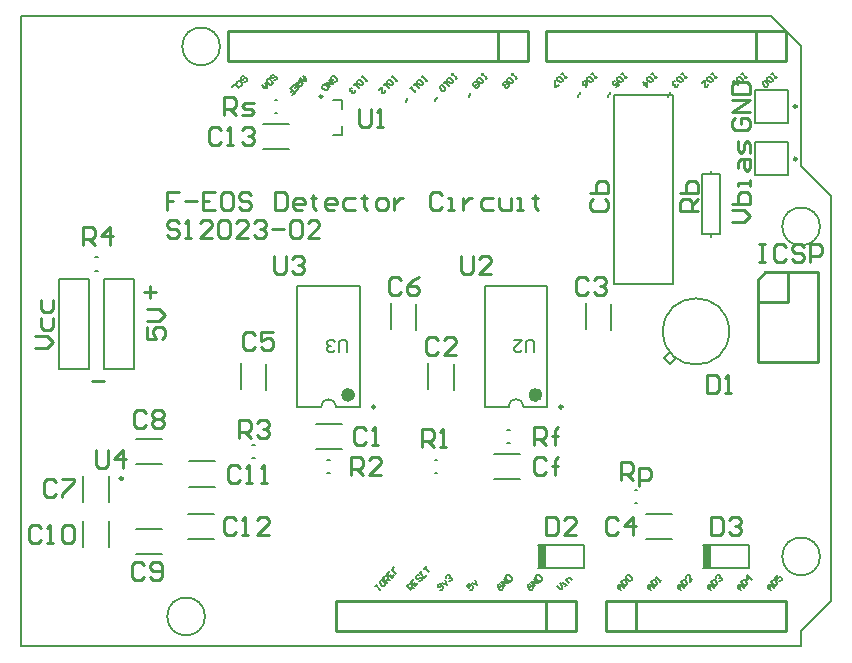
<source format=gto>
G04*
G04 #@! TF.GenerationSoftware,Altium Limited,Altium Designer,20.0.12 (288)*
G04*
G04 Layer_Color=65535*
%FSLAX25Y25*%
%MOIN*%
G70*
G01*
G75*
%ADD10C,0.00591*%
%ADD11C,0.00984*%
%ADD12C,0.00787*%
%ADD13C,0.02362*%
%ADD14C,0.01000*%
%ADD15C,0.00500*%
%ADD16R,0.03150X0.07480*%
%ADD17C,0.00700*%
D10*
X236024Y105000D02*
G03*
X236024Y105000I-11024J0D01*
G01*
D11*
X33937Y56004D02*
G03*
X33937Y56004I-492J0D01*
G01*
X100492Y183346D02*
G03*
X100492Y183346I-492J0D01*
G01*
X258563Y180000D02*
G03*
X258563Y180000I-492J0D01*
G01*
Y162500D02*
G03*
X258563Y162500I-492J0D01*
G01*
X180492Y79882D02*
G03*
X180492Y79882I-492J0D01*
G01*
X117992D02*
G03*
X117992Y79882I-492J0D01*
G01*
D12*
X167500Y79921D02*
G03*
X162500Y79921I-2500J0D01*
G01*
X105000D02*
G03*
X100000Y79921I-2500J0D01*
G01*
X24699Y125132D02*
X25486D01*
X24699Y129660D02*
X25486D01*
X27500Y122500D02*
X37500D01*
Y92500D02*
Y122500D01*
X27500Y92500D02*
X37500D01*
X27500D02*
Y122500D01*
X12500D02*
X22500D01*
Y92500D02*
Y122500D01*
X12500Y92500D02*
X22500D01*
X12500D02*
Y122500D01*
X123268Y105669D02*
Y114331D01*
X131763Y105648D02*
Y114310D01*
X135768Y85669D02*
Y94331D01*
X144263Y85648D02*
Y94310D01*
X188268Y105669D02*
Y114331D01*
X196763Y105648D02*
Y114310D01*
X77106Y67264D02*
X77894D01*
X77106Y62736D02*
X77894D01*
X204606Y47736D02*
X205394D01*
X204606Y52264D02*
X205394D01*
X208169Y35768D02*
X216831D01*
X208190Y44262D02*
X216852D01*
X214370Y96240D02*
X216339Y98209D01*
Y94272D02*
X218307Y96240D01*
X214370D02*
X216339Y94272D01*
X38190Y39263D02*
X46852D01*
X38169Y30768D02*
X46831D01*
X29263Y48148D02*
Y56810D01*
X20768Y48169D02*
Y56831D01*
X20738Y33190D02*
Y41852D01*
X29232Y33169D02*
Y41831D01*
X56143Y61762D02*
X64805D01*
X56122Y53268D02*
X64784D01*
X55690Y44262D02*
X64352D01*
X55669Y35768D02*
X64331D01*
X104134Y182165D02*
X106890D01*
Y179016D02*
Y182165D01*
X104134Y170354D02*
X106890D01*
Y173504D01*
X84606Y177736D02*
X85394D01*
X84606Y182264D02*
X85394D01*
X80648Y165737D02*
X89310D01*
X80669Y174232D02*
X89331D01*
X162106Y67736D02*
X162894D01*
X162106Y72264D02*
X162894D01*
X157738Y64262D02*
X166399D01*
X157717Y55768D02*
X166378D01*
X102106Y57736D02*
X102894D01*
X102106Y62264D02*
X102894D01*
X98190Y74262D02*
X106852D01*
X98169Y65768D02*
X106831D01*
X187677Y26260D02*
Y33740D01*
X172323Y26260D02*
X187677D01*
X172323Y33740D02*
X187677D01*
X242677Y26260D02*
Y33740D01*
X227323Y26260D02*
X242677D01*
X227323Y33740D02*
X242677D01*
X244488Y185512D02*
X255512D01*
X244488Y174488D02*
Y185512D01*
Y174488D02*
X255512D01*
X255512Y174488D02*
Y185512D01*
X244488Y168012D02*
X255512D01*
X244488Y156988D02*
Y168012D01*
Y156988D02*
X255512D01*
X255512Y156988D02*
Y168012D01*
X227000Y157500D02*
X230000D01*
X227000Y137500D02*
Y157500D01*
Y137500D02*
X233000D01*
Y157500D01*
X230000D02*
X233000D01*
X230000Y136600D02*
Y137500D01*
Y157500D02*
Y158400D01*
X197658Y120689D02*
X217342D01*
Y183681D01*
X197658D02*
X217342D01*
X197658Y120689D02*
Y183681D01*
X175433Y79921D02*
Y120079D01*
X154567Y79921D02*
Y120079D01*
X167500Y79921D02*
X175433D01*
X154567D02*
X162500D01*
X154567Y120079D02*
X175433D01*
X112933Y79921D02*
Y120079D01*
X92067Y79921D02*
Y120079D01*
X105000Y79921D02*
X112933D01*
X92067D02*
X100000D01*
X92067Y120079D02*
X112933D01*
X137854Y57736D02*
X138642D01*
X137854Y62264D02*
X138642D01*
X81762Y85648D02*
Y94310D01*
X73268Y85669D02*
Y94331D01*
X38190Y69262D02*
X46852D01*
X38169Y60768D02*
X46831D01*
D13*
X172677Y83858D02*
G03*
X172677Y83858I-1181J0D01*
G01*
X110177D02*
G03*
X110177Y83858I-1181J0D01*
G01*
D14*
X195000Y10000D02*
Y15000D01*
X205000D01*
Y5000D02*
X255000D01*
Y15000D01*
X205000D02*
X255000D01*
X205000Y5000D02*
Y15000D01*
X195000Y5000D02*
X205000D01*
X195000D02*
Y10000D01*
X169000Y195000D02*
Y205000D01*
X159000Y195000D02*
X169000D01*
X159000D02*
Y205000D01*
X69000D02*
X159000D01*
X69000Y195000D02*
Y205000D01*
Y195000D02*
X159000D01*
Y205000D02*
X169000D01*
X255000Y195000D02*
Y205000D01*
X175000Y195000D02*
X255000D01*
X175000D02*
Y205000D01*
X255000D01*
X245000Y195000D02*
Y205000D01*
X185000Y5000D02*
Y15000D01*
X105000Y5000D02*
X185000D01*
X105000D02*
Y15000D01*
X185000D01*
X175000Y5000D02*
Y15000D01*
X245551Y94803D02*
X265551D01*
Y124803D01*
X245551Y114803D02*
X255551D01*
Y124803D01*
X245551Y94803D02*
Y122303D01*
X248051Y124803D01*
X265551D01*
X52499Y151596D02*
X48500D01*
Y148597D01*
X50499D01*
X48500D01*
Y145598D01*
X54498Y148597D02*
X58497D01*
X64495Y151596D02*
X60496D01*
Y145598D01*
X64495D01*
X60496Y148597D02*
X62495D01*
X69493Y151596D02*
X67494D01*
X66494Y150596D01*
Y146597D01*
X67494Y145598D01*
X69493D01*
X70493Y146597D01*
Y150596D01*
X69493Y151596D01*
X76491Y150596D02*
X75491Y151596D01*
X73492D01*
X72492Y150596D01*
Y149596D01*
X73492Y148597D01*
X75491D01*
X76491Y147597D01*
Y146597D01*
X75491Y145598D01*
X73492D01*
X72492Y146597D01*
X84488Y151596D02*
Y145598D01*
X87487D01*
X88487Y146597D01*
Y150596D01*
X87487Y151596D01*
X84488D01*
X93485Y145598D02*
X91486D01*
X90486Y146597D01*
Y148597D01*
X91486Y149596D01*
X93485D01*
X94485Y148597D01*
Y147597D01*
X90486D01*
X97484Y150596D02*
Y149596D01*
X96485D01*
X98484D01*
X97484D01*
Y146597D01*
X98484Y145598D01*
X104482D02*
X102482D01*
X101483Y146597D01*
Y148597D01*
X102482Y149596D01*
X104482D01*
X105482Y148597D01*
Y147597D01*
X101483D01*
X111480Y149596D02*
X108481D01*
X107481Y148597D01*
Y146597D01*
X108481Y145598D01*
X111480D01*
X114479Y150596D02*
Y149596D01*
X113479D01*
X115478D01*
X114479D01*
Y146597D01*
X115478Y145598D01*
X119477D02*
X121476D01*
X122476Y146597D01*
Y148597D01*
X121476Y149596D01*
X119477D01*
X118477Y148597D01*
Y146597D01*
X119477Y145598D01*
X124475Y149596D02*
Y145598D01*
Y147597D01*
X125475Y148597D01*
X126475Y149596D01*
X127474D01*
X140470Y150596D02*
X139471Y151596D01*
X137471D01*
X136471Y150596D01*
Y146597D01*
X137471Y145598D01*
X139471D01*
X140470Y146597D01*
X142470Y145598D02*
X144469D01*
X143469D01*
Y149596D01*
X142470D01*
X147468D02*
Y145598D01*
Y147597D01*
X148468Y148597D01*
X149467Y149596D01*
X150467D01*
X157465D02*
X154466D01*
X153466Y148597D01*
Y146597D01*
X154466Y145598D01*
X157465D01*
X159464Y149596D02*
Y146597D01*
X160464Y145598D01*
X163463D01*
Y149596D01*
X165462Y145598D02*
X167462D01*
X166462D01*
Y149596D01*
X165462D01*
X171460Y150596D02*
Y149596D01*
X170460D01*
X172460D01*
X171460D01*
Y146597D01*
X172460Y145598D01*
X52499Y140998D02*
X51499Y141998D01*
X49500D01*
X48500Y140998D01*
Y139999D01*
X49500Y138999D01*
X51499D01*
X52499Y137999D01*
Y137000D01*
X51499Y136000D01*
X49500D01*
X48500Y137000D01*
X54498Y136000D02*
X56497D01*
X55498D01*
Y141998D01*
X54498Y140998D01*
X63495Y136000D02*
X59496D01*
X63495Y139999D01*
Y140998D01*
X62495Y141998D01*
X60496D01*
X59496Y140998D01*
X65495D02*
X66494Y141998D01*
X68493D01*
X69493Y140998D01*
Y137000D01*
X68493Y136000D01*
X66494D01*
X65495Y137000D01*
Y140998D01*
X75491Y136000D02*
X71493D01*
X75491Y139999D01*
Y140998D01*
X74492Y141998D01*
X72492D01*
X71493Y140998D01*
X77491D02*
X78490Y141998D01*
X80490D01*
X81489Y140998D01*
Y139999D01*
X80490Y138999D01*
X79490D01*
X80490D01*
X81489Y137999D01*
Y137000D01*
X80490Y136000D01*
X78490D01*
X77491Y137000D01*
X83489Y138999D02*
X87487D01*
X89487Y140998D02*
X90486Y141998D01*
X92486D01*
X93485Y140998D01*
Y137000D01*
X92486Y136000D01*
X90486D01*
X89487Y137000D01*
Y140998D01*
X99484Y136000D02*
X95485D01*
X99484Y139999D01*
Y140998D01*
X98484Y141998D01*
X96485D01*
X95485Y140998D01*
X20641Y133796D02*
Y139794D01*
X23640D01*
X24640Y138794D01*
Y136795D01*
X23640Y135795D01*
X20641D01*
X22640D02*
X24640Y133796D01*
X29638D02*
Y139794D01*
X26639Y136795D01*
X30638D01*
X23500Y88500D02*
X27499D01*
X41000Y117999D02*
X44999D01*
X42999Y119999D02*
Y116000D01*
X189000Y121999D02*
X188001Y122999D01*
X186001D01*
X185002Y121999D01*
Y118001D01*
X186001Y117001D01*
X188001D01*
X189000Y118001D01*
X191000Y121999D02*
X191999Y122999D01*
X193999D01*
X194998Y121999D01*
Y121000D01*
X193999Y120000D01*
X192999D01*
X193999D01*
X194998Y119000D01*
Y118001D01*
X193999Y117001D01*
X191999D01*
X191000Y118001D01*
X238001Y176001D02*
X237001Y175002D01*
Y173002D01*
X238001Y172003D01*
X241999D01*
X242999Y173002D01*
Y175002D01*
X241999Y176001D01*
X240000D01*
Y174002D01*
X242999Y178001D02*
X237001D01*
X242999Y181999D01*
X237001D01*
Y183999D02*
X242999D01*
Y186998D01*
X241999Y187997D01*
X238001D01*
X237001Y186998D01*
Y183999D01*
X25002Y65499D02*
Y60501D01*
X26001Y59501D01*
X28001D01*
X29000Y60501D01*
Y65499D01*
X33999Y59501D02*
Y65499D01*
X31000Y62500D01*
X34998D01*
X84300Y130198D02*
Y125200D01*
X85300Y124200D01*
X87299D01*
X88299Y125200D01*
Y130198D01*
X90298Y129198D02*
X91298Y130198D01*
X93297D01*
X94297Y129198D01*
Y128199D01*
X93297Y127199D01*
X92297D01*
X93297D01*
X94297Y126199D01*
Y125200D01*
X93297Y124200D01*
X91298D01*
X90298Y125200D01*
X146800Y130198D02*
Y125200D01*
X147800Y124200D01*
X149799D01*
X150799Y125200D01*
Y130198D01*
X156797Y124200D02*
X152798D01*
X156797Y128199D01*
Y129198D01*
X155797Y130198D01*
X153798D01*
X152798Y129198D01*
X112635Y179259D02*
Y174260D01*
X113635Y173261D01*
X115634D01*
X116634Y174260D01*
Y179259D01*
X118633Y173261D02*
X120633D01*
X119633D01*
Y179259D01*
X118633Y178259D01*
X67502Y177001D02*
Y182999D01*
X70501D01*
X71500Y181999D01*
Y180000D01*
X70501Y179000D01*
X67502D01*
X69501D02*
X71500Y177001D01*
X73500D02*
X76499D01*
X77498Y178001D01*
X76499Y179000D01*
X74499D01*
X73500Y180000D01*
X74499Y181000D01*
X77498D01*
X200002Y55501D02*
Y61499D01*
X203001D01*
X204000Y60499D01*
Y58500D01*
X203001Y57500D01*
X200002D01*
X202001D02*
X204000Y55501D01*
X206000Y53501D02*
Y59499D01*
X208999D01*
X209998Y58500D01*
Y56500D01*
X208999Y55501D01*
X206000D01*
X171001Y67001D02*
Y72999D01*
X174000D01*
X175000Y71999D01*
Y70000D01*
X174000Y69000D01*
X171001D01*
X173001D02*
X175000Y67001D01*
X177999D02*
Y71999D01*
Y70000D01*
X176999D01*
X178999D01*
X177999D01*
Y71999D01*
X178999Y72999D01*
X225499Y145002D02*
X219501D01*
Y148001D01*
X220501Y149000D01*
X222500D01*
X223500Y148001D01*
Y145002D01*
Y147001D02*
X225499Y149000D01*
X219501Y151000D02*
X225499D01*
Y153999D01*
X224499Y154998D01*
X223500D01*
X222500D01*
X221500Y153999D01*
Y151000D01*
X72502Y69501D02*
Y75499D01*
X75501D01*
X76500Y74499D01*
Y72500D01*
X75501Y71500D01*
X72502D01*
X74501D02*
X76500Y69501D01*
X78500Y74499D02*
X79499Y75499D01*
X81499D01*
X82498Y74499D01*
Y73500D01*
X81499Y72500D01*
X80499D01*
X81499D01*
X82498Y71500D01*
Y70501D01*
X81499Y69501D01*
X79499D01*
X78500Y70501D01*
X110002Y57001D02*
Y62999D01*
X113001D01*
X114000Y61999D01*
Y60000D01*
X113001Y59000D01*
X110002D01*
X112001D02*
X114000Y57001D01*
X119998D02*
X116000D01*
X119998Y61000D01*
Y61999D01*
X118999Y62999D01*
X116999D01*
X116000Y61999D01*
X133800Y66400D02*
Y72398D01*
X136799D01*
X137799Y71398D01*
Y69399D01*
X136799Y68399D01*
X133800D01*
X135799D02*
X137799Y66400D01*
X139798D02*
X141797D01*
X140798D01*
Y72398D01*
X139798Y71398D01*
X4501Y99503D02*
X8500D01*
X10499Y101502D01*
X8500Y103501D01*
X4501D01*
X6500Y109499D02*
Y106500D01*
X7500Y105501D01*
X9499D01*
X10499Y106500D01*
Y109499D01*
X6500Y115497D02*
Y112498D01*
X7500Y111499D01*
X9499D01*
X10499Y112498D01*
Y115497D01*
X42001Y106500D02*
Y102502D01*
X45000D01*
X44000Y104501D01*
Y105501D01*
X45000Y106500D01*
X46999D01*
X47999Y105501D01*
Y103501D01*
X46999Y102502D01*
X42001Y108500D02*
X46000D01*
X47999Y110499D01*
X46000Y112498D01*
X42001D01*
X237001Y141504D02*
X241000D01*
X242999Y143504D01*
X241000Y145503D01*
X237001D01*
Y147502D02*
X242999D01*
Y150501D01*
X241999Y151501D01*
X241000D01*
X240000D01*
X239000Y150501D01*
Y147502D01*
X242999Y153500D02*
Y155500D01*
Y154500D01*
X239000D01*
Y153500D01*
Y159499D02*
Y161498D01*
X240000Y162498D01*
X242999D01*
Y159499D01*
X241999Y158499D01*
X241000Y159499D01*
Y162498D01*
X242999Y164497D02*
Y167496D01*
X241999Y168496D01*
X241000Y167496D01*
Y165497D01*
X240000Y164497D01*
X239000Y165497D01*
Y168496D01*
X230002Y42999D02*
Y37001D01*
X233001D01*
X234000Y38001D01*
Y41999D01*
X233001Y42999D01*
X230002D01*
X236000Y41999D02*
X236999Y42999D01*
X238999D01*
X239998Y41999D01*
Y41000D01*
X238999Y40000D01*
X237999D01*
X238999D01*
X239998Y39000D01*
Y38001D01*
X238999Y37001D01*
X236999D01*
X236000Y38001D01*
X175002Y42999D02*
Y37001D01*
X178001D01*
X179000Y38001D01*
Y41999D01*
X178001Y42999D01*
X175002D01*
X184998Y37001D02*
X181000D01*
X184998Y41000D01*
Y41999D01*
X183999Y42999D01*
X181999D01*
X181000Y41999D01*
X228501Y90499D02*
Y84501D01*
X231500D01*
X232500Y85501D01*
Y89499D01*
X231500Y90499D01*
X228501D01*
X234499Y84501D02*
X236499D01*
X235499D01*
Y90499D01*
X234499Y89499D01*
X175000Y61999D02*
X174000Y62999D01*
X172001D01*
X171001Y61999D01*
Y58001D01*
X172001Y57001D01*
X174000D01*
X175000Y58001D01*
X177999Y57001D02*
Y61999D01*
Y60000D01*
X176999D01*
X178999D01*
X177999D01*
Y61999D01*
X178999Y62999D01*
X190501Y149000D02*
X189501Y148001D01*
Y146001D01*
X190501Y145002D01*
X194499D01*
X195499Y146001D01*
Y148001D01*
X194499Y149000D01*
X189501Y151000D02*
X195499D01*
Y153999D01*
X194499Y154998D01*
X193500D01*
X192500D01*
X191500Y153999D01*
Y151000D01*
X66501Y171999D02*
X65501Y172999D01*
X63502D01*
X62502Y171999D01*
Y168001D01*
X63502Y167001D01*
X65501D01*
X66501Y168001D01*
X68501Y167001D02*
X70500D01*
X69500D01*
Y172999D01*
X68501Y171999D01*
X73499D02*
X74499Y172999D01*
X76498D01*
X77498Y171999D01*
Y171000D01*
X76498Y170000D01*
X75498D01*
X76498D01*
X77498Y169000D01*
Y168001D01*
X76498Y167001D01*
X74499D01*
X73499Y168001D01*
X71501Y41999D02*
X70502Y42999D01*
X68502D01*
X67502Y41999D01*
Y38001D01*
X68502Y37001D01*
X70502D01*
X71501Y38001D01*
X73501Y37001D02*
X75500D01*
X74500D01*
Y42999D01*
X73501Y41999D01*
X82498Y37001D02*
X78499D01*
X82498Y41000D01*
Y41999D01*
X81498Y42999D01*
X79499D01*
X78499Y41999D01*
X72954Y59499D02*
X71954Y60499D01*
X69955D01*
X68955Y59499D01*
Y55501D01*
X69955Y54501D01*
X71954D01*
X72954Y55501D01*
X74953Y54501D02*
X76952D01*
X75953D01*
Y60499D01*
X74953Y59499D01*
X79951Y54501D02*
X81951D01*
X80951D01*
Y60499D01*
X79951Y59499D01*
X6501Y39499D02*
X5502Y40499D01*
X3502D01*
X2502Y39499D01*
Y35501D01*
X3502Y34501D01*
X5502D01*
X6501Y35501D01*
X8501Y34501D02*
X10500D01*
X9500D01*
Y40499D01*
X8501Y39499D01*
X13499D02*
X14499Y40499D01*
X16498D01*
X17498Y39499D01*
Y35501D01*
X16498Y34501D01*
X14499D01*
X13499Y35501D01*
Y39499D01*
X41048Y26999D02*
X40048Y27999D01*
X38048D01*
X37049Y26999D01*
Y23001D01*
X38048Y22001D01*
X40048D01*
X41048Y23001D01*
X43047D02*
X44047Y22001D01*
X46046D01*
X47046Y23001D01*
Y26999D01*
X46046Y27999D01*
X44047D01*
X43047Y26999D01*
Y26000D01*
X44047Y25000D01*
X47046D01*
X41546Y77698D02*
X40546Y78698D01*
X38547D01*
X37547Y77698D01*
Y73700D01*
X38547Y72700D01*
X40546D01*
X41546Y73700D01*
X43545Y77698D02*
X44545Y78698D01*
X46544D01*
X47544Y77698D01*
Y76699D01*
X46544Y75699D01*
X47544Y74699D01*
Y73700D01*
X46544Y72700D01*
X44545D01*
X43545Y73700D01*
Y74699D01*
X44545Y75699D01*
X43545Y76699D01*
Y77698D01*
X44545Y75699D02*
X46544D01*
X11500Y54952D02*
X10501Y55952D01*
X8501D01*
X7502Y54952D01*
Y50953D01*
X8501Y49954D01*
X10501D01*
X11500Y50953D01*
X13500Y55952D02*
X17498D01*
Y54952D01*
X13500Y50953D01*
Y49954D01*
X126500Y121999D02*
X125501Y122999D01*
X123501D01*
X122502Y121999D01*
Y118001D01*
X123501Y117001D01*
X125501D01*
X126500Y118001D01*
X132498Y122999D02*
X130499Y121999D01*
X128500Y120000D01*
Y118001D01*
X129499Y117001D01*
X131499D01*
X132498Y118001D01*
Y119000D01*
X131499Y120000D01*
X128500D01*
X77899Y103898D02*
X76899Y104898D01*
X74900D01*
X73900Y103898D01*
Y99900D01*
X74900Y98900D01*
X76899D01*
X77899Y99900D01*
X83897Y104898D02*
X79898D01*
Y101899D01*
X81897Y102899D01*
X82897D01*
X83897Y101899D01*
Y99900D01*
X82897Y98900D01*
X80898D01*
X79898Y99900D01*
X199000Y41999D02*
X198001Y42999D01*
X196001D01*
X195002Y41999D01*
Y38001D01*
X196001Y37001D01*
X198001D01*
X199000Y38001D01*
X203999Y37001D02*
Y42999D01*
X201000Y40000D01*
X204998D01*
X139000Y101999D02*
X138001Y102999D01*
X136001D01*
X135002Y101999D01*
Y98001D01*
X136001Y97001D01*
X138001D01*
X139000Y98001D01*
X144998Y97001D02*
X141000D01*
X144998Y101000D01*
Y101999D01*
X143999Y102999D01*
X141999D01*
X141000Y101999D01*
X115000Y71999D02*
X114000Y72999D01*
X112001D01*
X111001Y71999D01*
Y68001D01*
X112001Y67001D01*
X114000D01*
X115000Y68001D01*
X116999Y67001D02*
X118999D01*
X117999D01*
Y72999D01*
X116999Y71999D01*
X246001Y134251D02*
X248001D01*
X247001D01*
Y128253D01*
X246001D01*
X248001D01*
X254998Y133252D02*
X253999Y134251D01*
X251999D01*
X251000Y133252D01*
Y129253D01*
X251999Y128253D01*
X253999D01*
X254998Y129253D01*
X260996Y133252D02*
X259997Y134251D01*
X257997D01*
X256998Y133252D01*
Y132252D01*
X257997Y131252D01*
X259997D01*
X260996Y130252D01*
Y129253D01*
X259997Y128253D01*
X257997D01*
X256998Y129253D01*
X262996Y128253D02*
Y134251D01*
X265995D01*
X266994Y133252D01*
Y131252D01*
X265995Y130252D01*
X262996D01*
D15*
X94000Y190293D02*
X94942Y189350D01*
Y188408D01*
X94000D01*
X93058Y189350D01*
X93764Y188644D01*
X94707Y189586D01*
X92586Y188879D02*
X94000Y187465D01*
X93293Y186758D01*
X92822D01*
X92351Y187230D01*
Y187701D01*
X93058Y188408D01*
X92586Y187937D02*
X91644D01*
Y185109D02*
X92586Y186052D01*
X91172Y187465D01*
X90230Y186523D01*
X91879Y186758D02*
X91408Y186287D01*
X90230Y183695D02*
X91172Y184638D01*
X90466Y185345D01*
X89994Y184873D01*
X90466Y185345D01*
X89759Y186052D01*
X104236Y188172D02*
X104707D01*
X105178Y188644D01*
X105178Y189115D01*
X104236Y190057D01*
X103764D01*
X103293Y189586D01*
X103293Y189115D01*
X103764Y188644D01*
X104236Y189115D01*
X102586Y188879D02*
X104000Y187465D01*
X101644Y187937D01*
X103058Y186523D01*
X102586Y186052D02*
X101172Y187465D01*
X100466Y186758D01*
X100466Y186287D01*
X101408Y185345D01*
X101879D01*
X102586Y186052D01*
X115414Y188879D02*
X114943Y188408D01*
X115178Y188644D01*
X113764Y190057D01*
X114000Y190293D01*
X113529Y189822D01*
X113529Y186994D02*
X114000Y187465D01*
X114000Y187937D01*
X113057Y188879D01*
X112586D01*
X112115Y188408D01*
Y187937D01*
X113057Y186994D01*
X113529D01*
X111408Y187701D02*
X110937Y187230D01*
X111172Y187465D01*
X112586Y186052D01*
X112586Y186523D01*
X111408Y185345D02*
Y184873D01*
X110937Y184402D01*
X110466D01*
X110230Y184638D01*
Y185109D01*
X110466Y185345D01*
X110230Y185109D01*
X109759Y185109D01*
X109523Y185345D01*
X109523Y185816D01*
X109994Y186287D01*
X110466D01*
X125414Y188879D02*
X124943Y188408D01*
X125178Y188644D01*
X123764Y190057D01*
X124000Y190293D01*
X123529Y189822D01*
X123529Y186994D02*
X124000Y187465D01*
X124000Y187937D01*
X123057Y188879D01*
X122586D01*
X122115Y188408D01*
Y187937D01*
X123057Y186994D01*
X123529D01*
X121408Y187701D02*
X120937Y187230D01*
X121172Y187465D01*
X122586Y186052D01*
X122586Y186523D01*
X119288Y185580D02*
X120230Y186523D01*
Y184638D01*
X120466Y184402D01*
X120937D01*
X121408Y184873D01*
Y185345D01*
X135414Y188879D02*
X134942Y188408D01*
X135178Y188644D01*
X133764Y190057D01*
X134000Y190293D01*
X133529Y189822D01*
X133529Y186994D02*
X134000Y187465D01*
X134000Y187937D01*
X133057Y188879D01*
X132586D01*
X132115Y188408D01*
Y187937D01*
X133057Y186994D01*
X133529D01*
X131408Y187701D02*
X130937Y187230D01*
X131173Y187465D01*
X132586Y186052D01*
X132586Y186523D01*
X130230D02*
X129759Y186052D01*
X129994Y186287D01*
X131408Y184873D01*
Y185345D01*
X128816Y182753D02*
X128816Y182282D01*
X128345Y181810D01*
X128345Y181339D01*
X145414Y189586D02*
X144942Y189115D01*
X145178Y189351D01*
X143764Y190764D01*
X144000Y191000D01*
X143529Y190529D01*
X143529Y187701D02*
X144000Y188172D01*
X144000Y188644D01*
X143058Y189586D01*
X142586D01*
X142115Y189115D01*
Y188644D01*
X143058Y187701D01*
X143529D01*
X141408Y188408D02*
X140937Y187937D01*
X141173Y188172D01*
X142586Y186759D01*
X142586Y187230D01*
X141408Y186052D02*
Y185581D01*
X140937Y185109D01*
X140466D01*
X139523Y186052D01*
X139523Y186523D01*
X139994Y186994D01*
X140466D01*
X141408Y186052D01*
X138581Y183224D02*
X138581Y182753D01*
X138109Y182282D01*
X138109Y181811D01*
X155414Y189586D02*
X154943Y189115D01*
X155178Y189351D01*
X153764Y190764D01*
X154000Y191000D01*
X153529Y190529D01*
X153529Y187701D02*
X154000Y188172D01*
X154000Y188644D01*
X153058Y189586D01*
X152586D01*
X152115Y189115D01*
Y188644D01*
X153058Y187701D01*
X153529D01*
X151644Y188172D02*
X151172D01*
X150701Y187701D01*
X150701Y187230D01*
X151644Y186287D01*
X152115D01*
X152586Y186759D01*
X152586Y187230D01*
X152351Y187466D01*
X151879Y187466D01*
X151172Y186759D01*
X149759Y184403D02*
X149759Y183931D01*
X149287Y183460D01*
X149287Y182989D01*
X165414Y189586D02*
X164943Y189115D01*
X165178Y189351D01*
X163764Y190764D01*
X164000Y191000D01*
X163529Y190529D01*
X163529Y187701D02*
X164000Y188172D01*
X164000Y188644D01*
X163057Y189586D01*
X162586D01*
X162115Y189115D01*
Y188644D01*
X163057Y187701D01*
X163529D01*
X162586Y187230D02*
X162586Y186759D01*
X162115Y186287D01*
X161644D01*
X161408Y186523D01*
Y186994D01*
X160937Y186994D01*
X160701Y187230D01*
X160701Y187701D01*
X161172Y188172D01*
X161644D01*
X161879Y187937D01*
Y187466D01*
X162351Y187466D01*
X162586Y187230D01*
X161879Y187466D02*
X161408Y186994D01*
X181914Y189879D02*
X181442Y189408D01*
X181678Y189644D01*
X180264Y191057D01*
X180500Y191293D01*
X180029Y190822D01*
X180029Y187994D02*
X180500Y188465D01*
X180500Y188937D01*
X179558Y189879D01*
X179086D01*
X178615Y189408D01*
Y188937D01*
X179558Y187994D01*
X180029D01*
X179322Y187287D02*
X178379Y186345D01*
X178144Y186580D01*
Y188465D01*
X177908Y188701D01*
X191914Y189879D02*
X191443Y189408D01*
X191678Y189644D01*
X190264Y191057D01*
X190500Y191293D01*
X190029Y190822D01*
X190029Y187994D02*
X190500Y188465D01*
X190500Y188937D01*
X189558Y189879D01*
X189086D01*
X188615Y189408D01*
Y188937D01*
X189558Y187994D01*
X190029D01*
X188379Y186345D02*
X188615Y187052D01*
Y187994D01*
X188144Y188465D01*
X187672D01*
X187201Y187994D01*
X187201Y187523D01*
X187437Y187287D01*
X187908Y187287D01*
X188615Y187994D01*
X186259Y184695D02*
X186259Y184224D01*
X185787Y183753D01*
X185787Y183282D01*
X201914Y189879D02*
X201443Y189408D01*
X201678Y189644D01*
X200264Y191057D01*
X200500Y191293D01*
X200029Y190822D01*
X200029Y187994D02*
X200500Y188465D01*
X200500Y188937D01*
X199557Y189879D01*
X199086D01*
X198615Y189408D01*
Y188937D01*
X199557Y187994D01*
X200029D01*
X198379Y186345D02*
X199322Y187287D01*
X198615Y187994D01*
X198379Y187287D01*
X198144Y187052D01*
X197672D01*
X197201Y187523D01*
X197201Y187994D01*
X197672Y188465D01*
X198144D01*
X196259Y184695D02*
X196259Y184224D01*
X195788Y183753D01*
X195788Y183282D01*
X211914Y189879D02*
X211442Y189408D01*
X211678Y189644D01*
X210264Y191057D01*
X210500Y191293D01*
X210029Y190822D01*
X210029Y187994D02*
X210500Y188465D01*
X210500Y188937D01*
X209558Y189879D01*
X209086D01*
X208615Y189408D01*
Y188937D01*
X209558Y187994D01*
X210029D01*
X207201D02*
X208615Y186580D01*
Y187994D01*
X207673Y187052D01*
X221914Y189879D02*
X221443Y189408D01*
X221678Y189644D01*
X220264Y191057D01*
X220500Y191293D01*
X220029Y190822D01*
X220029Y187994D02*
X220500Y188465D01*
X220500Y188937D01*
X219557Y189879D01*
X219086D01*
X218615Y189408D01*
Y188937D01*
X219557Y187994D01*
X220029D01*
X219086Y187523D02*
X219086Y187052D01*
X218615Y186580D01*
X218144D01*
X217908Y186816D01*
Y187287D01*
X218144Y187523D01*
X217908Y187287D01*
X217437Y187287D01*
X217201Y187523D01*
X217201Y187994D01*
X217672Y188465D01*
X218144D01*
X216259Y184695D02*
X216259Y184224D01*
X215788Y183753D01*
X215788Y183282D01*
X231914Y189879D02*
X231442Y189408D01*
X231678Y189644D01*
X230264Y191057D01*
X230500Y191293D01*
X230029Y190822D01*
X230029Y187994D02*
X230500Y188465D01*
X230500Y188937D01*
X229557Y189879D01*
X229086D01*
X228615Y189408D01*
Y188937D01*
X229557Y187994D01*
X230029D01*
X226966Y187759D02*
X227908Y188701D01*
Y186816D01*
X228144Y186580D01*
X228615D01*
X229086Y187052D01*
X229086Y187523D01*
X241914Y189879D02*
X241442Y189408D01*
X241678Y189644D01*
X240264Y191057D01*
X240500Y191293D01*
X240029Y190822D01*
X240029Y187994D02*
X240500Y188465D01*
X240500Y188937D01*
X239558Y189879D01*
X239086D01*
X238615Y189408D01*
Y188937D01*
X239558Y187994D01*
X240029D01*
X237908Y188701D02*
X237437Y188230D01*
X237672Y188465D01*
X239086Y187052D01*
X239086Y187523D01*
X251914Y189879D02*
X251443Y189408D01*
X251678Y189644D01*
X250264Y191057D01*
X250500Y191293D01*
X250029Y190822D01*
X250029Y187994D02*
X250500Y188465D01*
X250500Y188937D01*
X249557Y189879D01*
X249086D01*
X248615Y189408D01*
Y188937D01*
X249557Y187994D01*
X250029D01*
X249086Y187523D02*
X249086Y187052D01*
X248615Y186580D01*
X248144D01*
X247201Y187523D01*
X247201Y187994D01*
X247673Y188465D01*
X248144D01*
X249086Y187523D01*
X250000Y18707D02*
X249058Y19650D01*
Y20592D01*
X250000D01*
X250942Y19650D01*
X250236Y20357D01*
X249293Y19414D01*
X250000Y21535D02*
X251414Y20121D01*
X252121Y20828D01*
Y21299D01*
X251178Y22242D01*
X250707D01*
X250000Y21535D01*
X252356Y23891D02*
X251414Y22948D01*
X252121Y22242D01*
X252356Y22948D01*
X252592Y23184D01*
X253063D01*
X253534Y22713D01*
X253534Y22242D01*
X253063Y21770D01*
X252592D01*
X240000Y18707D02*
X239057Y19650D01*
Y20592D01*
X240000D01*
X240943Y19650D01*
X240236Y20357D01*
X239293Y19414D01*
X240000Y21535D02*
X241414Y20121D01*
X242121Y20828D01*
Y21299D01*
X241178Y22242D01*
X240707D01*
X240000Y21535D01*
X243534Y22242D02*
X242121Y23655D01*
Y22242D01*
X243063Y23184D01*
X230000Y18707D02*
X229058Y19650D01*
Y20592D01*
X230000D01*
X230943Y19650D01*
X230236Y20357D01*
X229293Y19414D01*
X230000Y21535D02*
X231414Y20121D01*
X232121Y20828D01*
Y21299D01*
X231178Y22242D01*
X230707D01*
X230000Y21535D01*
X231649Y22713D02*
Y23184D01*
X232121Y23655D01*
X232592D01*
X232827Y23420D01*
Y22948D01*
X232592Y22713D01*
X232827Y22948D01*
X233299Y22948D01*
X233534Y22713D01*
X233534Y22242D01*
X233063Y21770D01*
X232592D01*
X220000Y18707D02*
X219057Y19650D01*
Y20592D01*
X220000D01*
X220942Y19650D01*
X220236Y20357D01*
X219293Y19414D01*
X220000Y21535D02*
X221414Y20121D01*
X222121Y20828D01*
Y21299D01*
X221178Y22242D01*
X220707D01*
X220000Y21535D01*
X223770Y22477D02*
X222828Y21535D01*
Y23420D01*
X222592Y23655D01*
X222121D01*
X221649Y23184D01*
Y22713D01*
X210000Y18707D02*
X209057Y19650D01*
Y20592D01*
X210000D01*
X210943Y19650D01*
X210236Y20357D01*
X209293Y19414D01*
X210000Y21535D02*
X211414Y20121D01*
X212121Y20828D01*
Y21299D01*
X211178Y22242D01*
X210707D01*
X210000Y21535D01*
X212827D02*
X213299Y22006D01*
X213063Y21770D01*
X211649Y23184D01*
Y22713D01*
X200000Y18707D02*
X199057Y19650D01*
Y20592D01*
X200000D01*
X200942Y19650D01*
X200236Y20357D01*
X199293Y19414D01*
X200000Y21535D02*
X201414Y20121D01*
X202121Y20828D01*
Y21299D01*
X201178Y22242D01*
X200707D01*
X200000Y21535D01*
X201649Y22713D02*
Y23184D01*
X202121Y23655D01*
X202592D01*
X203534Y22713D01*
X203534Y22242D01*
X203063Y21770D01*
X202592D01*
X201649Y22713D01*
X178586Y20121D02*
X179529Y19178D01*
X180471D01*
Y20121D01*
X179529Y21063D01*
X181414Y20121D02*
X181885Y20592D01*
X181649Y20357D01*
X180707Y21299D01*
X180471Y21063D01*
X182592Y21299D02*
X181649Y22242D01*
X182356Y22948D01*
X182827D01*
X183534Y22242D01*
X169764Y20828D02*
X169293D01*
X168822Y20357D01*
X168822Y19885D01*
X169764Y18943D01*
X170236D01*
X170707Y19414D01*
X170707Y19885D01*
X170236Y20357D01*
X169764Y19885D01*
X171414Y20121D02*
X170000Y21535D01*
X172356Y21063D01*
X170942Y22477D01*
X171414Y22948D02*
X172827Y21535D01*
X173534Y22242D01*
X173534Y22713D01*
X172592Y23655D01*
X172121D01*
X171414Y22948D01*
X159764Y20828D02*
X159293D01*
X158822Y20357D01*
X158822Y19885D01*
X159764Y18943D01*
X160236D01*
X160707Y19414D01*
X160707Y19885D01*
X160236Y20357D01*
X159764Y19885D01*
X161414Y20121D02*
X160000Y21535D01*
X162356Y21063D01*
X160942Y22477D01*
X161414Y22948D02*
X162828Y21535D01*
X163534Y22242D01*
X163534Y22713D01*
X162592Y23655D01*
X162121D01*
X161414Y22948D01*
X149529Y21063D02*
X148586Y20121D01*
X149293Y19414D01*
X149529Y20121D01*
X149764Y20357D01*
X150236D01*
X150707Y19885D01*
X150707Y19414D01*
X150236Y18943D01*
X149764D01*
X150471Y21063D02*
X151885Y20592D01*
X151414Y22006D01*
X138822Y19885D02*
X138822Y20357D01*
X139293Y20828D01*
X139764D01*
X140000Y20592D01*
Y20121D01*
X139764Y19885D01*
X140000Y20121D01*
X140471Y20121D01*
X140707Y19885D01*
X140707Y19414D01*
X140236Y18943D01*
X139764D01*
X140471Y21063D02*
X141885Y20592D01*
X141414Y22006D01*
X141649Y22713D02*
Y23184D01*
X142121Y23655D01*
X142592D01*
X142827Y23420D01*
Y22948D01*
X142592Y22713D01*
X142827Y22948D01*
X143299Y22948D01*
X143534Y22713D01*
X143534Y22242D01*
X143063Y21770D01*
X142592D01*
X130000Y18707D02*
X128586Y20121D01*
X129293Y20828D01*
X129764D01*
X130236Y20357D01*
X130236Y19885D01*
X129529Y19178D01*
X130000Y19650D02*
X130942D01*
Y22477D02*
X130000Y21535D01*
X131414Y20121D01*
X132356Y21063D01*
X130707Y20828D02*
X131178Y21299D01*
X132592Y23655D02*
X132121D01*
X131649Y23184D01*
Y22713D01*
X131885Y22477D01*
X132356Y22477D01*
X132827Y22948D01*
X133299Y22948D01*
X133534Y22713D01*
X133534Y22242D01*
X133063Y21770D01*
X132592D01*
X133770Y25305D02*
X132827Y24362D01*
X134241Y22948D01*
X135184Y23891D01*
X133534Y23655D02*
X134006Y24126D01*
X134241Y25776D02*
X135184Y26718D01*
X134713Y26247D01*
X136126Y24833D01*
X118086Y20121D02*
X118558Y20592D01*
X118322Y20357D01*
X119736Y18943D01*
X119500Y18707D01*
X119971Y19178D01*
X119971Y22006D02*
X119500Y21535D01*
X119500Y21063D01*
X120442Y20121D01*
X120914D01*
X121385Y20592D01*
Y21063D01*
X120442Y22006D01*
X119971D01*
X122092Y21299D02*
X120678Y22713D01*
X121385Y23420D01*
X121856D01*
X122327Y22948D01*
Y22477D01*
X121621Y21770D01*
X122092Y22242D02*
X123034D01*
Y25069D02*
X122092Y24126D01*
X123506Y22713D01*
X124448Y23655D01*
X122799Y23420D02*
X123270Y23891D01*
X124448Y26483D02*
X123506Y25540D01*
X124213Y24833D01*
X124684Y25305D01*
X124213Y24833D01*
X124919Y24126D01*
X84236Y188672D02*
X84707D01*
X85178Y189144D01*
X85178Y189615D01*
X84943Y189850D01*
X84471Y189850D01*
X84000Y189379D01*
X83529Y189379D01*
X83293Y189615D01*
X83293Y190086D01*
X83764Y190557D01*
X84236D01*
X84000Y187965D02*
X82586Y189379D01*
X81879Y188672D01*
Y188201D01*
X82822Y187259D01*
X83293D01*
X84000Y187965D01*
X81173D02*
X82115Y187023D01*
Y186080D01*
X81173D01*
X80230Y187023D01*
X80937Y186316D01*
X81879Y187259D01*
X74236Y188172D02*
X74707D01*
X75178Y188644D01*
X75178Y189115D01*
X74942Y189350D01*
X74471Y189350D01*
X74000Y188879D01*
X73529Y188879D01*
X73293Y189115D01*
X73293Y189586D01*
X73764Y190057D01*
X74236D01*
X72822Y186758D02*
X73293D01*
X73764Y187230D01*
X73764Y187701D01*
X72822Y188644D01*
X72351D01*
X71879Y188172D01*
Y187701D01*
X72586Y186052D02*
X71172Y187465D01*
X70230Y186523D01*
X266299Y140000D02*
G03*
X266299Y140000I-6299J0D01*
G01*
X61299Y10000D02*
G03*
X61299Y10000I-6299J0D01*
G01*
X266299Y30000D02*
G03*
X266299Y30000I-6299J0D01*
G01*
X66299Y200000D02*
G03*
X66299Y200000I-6299J0D01*
G01*
X0Y210000D02*
X250000D01*
X0Y0D02*
X260000D01*
X0D02*
Y210000D01*
X250000D02*
X260000Y200000D01*
Y160000D02*
Y200000D01*
Y160000D02*
X270000Y150000D01*
Y15000D02*
Y150000D01*
X260000Y5000D02*
X270000Y15000D01*
X260000Y0D02*
Y5000D01*
D16*
X173504Y30000D02*
D03*
X228504D02*
D03*
D17*
X171000Y98001D02*
Y101334D01*
X170334Y102000D01*
X169001D01*
X168334Y101334D01*
Y98001D01*
X164336Y102000D02*
X167001D01*
X164336Y99334D01*
Y98668D01*
X165002Y98001D01*
X166335D01*
X167001Y98668D01*
X108500Y98001D02*
Y101334D01*
X107834Y102000D01*
X106501D01*
X105834Y101334D01*
Y98001D01*
X104501Y98668D02*
X103835Y98001D01*
X102502D01*
X101836Y98668D01*
Y99334D01*
X102502Y100001D01*
X103168D01*
X102502D01*
X101836Y100667D01*
Y101334D01*
X102502Y102000D01*
X103835D01*
X104501Y101334D01*
M02*

</source>
